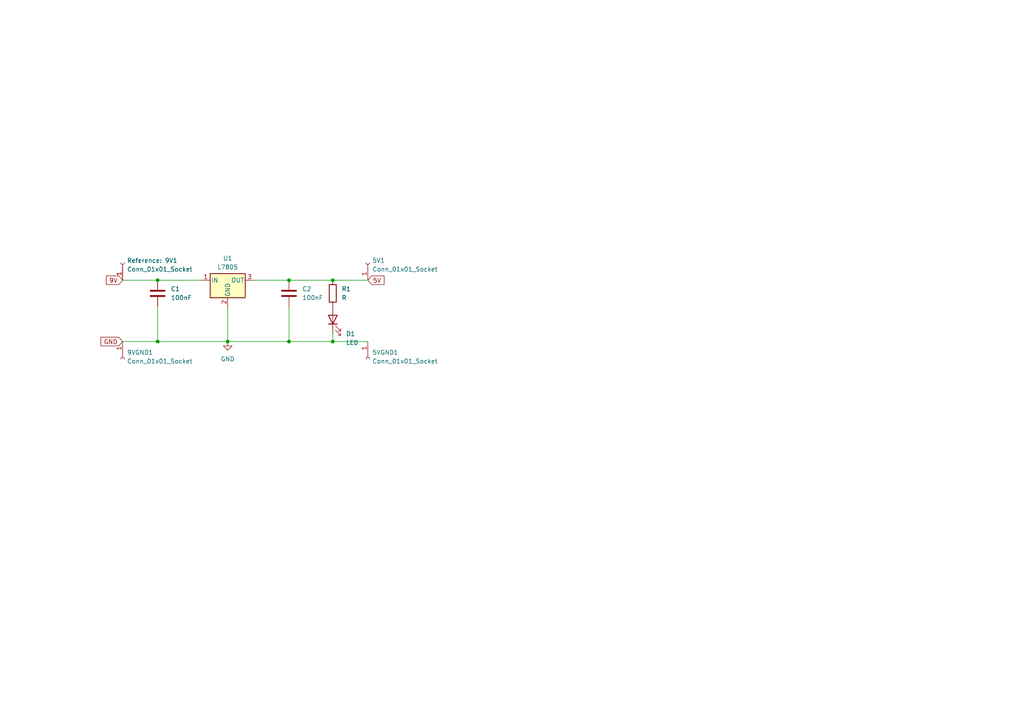
<source format=kicad_sch>
(kicad_sch (version 20231120) (generator "eeschema") (generator_version "8.0")
  (paper "A4")
  (lib_symbols
    (symbol "Connector:Conn_01x01_Socket" (pin_names (offset 1.016) hide)
      (property "Reference" "J" (at 0 2.54 0))
      (property "Value" "Conn_01x01_Socket" (at 0 -2.54 0))
      (symbol "Conn_01x01_Socket_1_1"
        (polyline (pts (xy -1.27 0) (xy -0.508 0)) (stroke (width 0.1524)))
        (arc (start 0 0.508) (mid -0.5058 0) (end 0 -0.508) (stroke (width 0.1524)))
        (pin passive line (at -5.08 0 0) (length 3.81) (name "Pin_1") (number "1"))
      )
    )
    (symbol "Device:C" (pin_numbers hide) (pin_names (offset 0.254))
      (property "Reference" "C" (at 0.635 2.54 0))
      (property "Value" "C" (at 0.635 -2.54 0))
      (symbol "C_0_1"
        (polyline (pts (xy -2.032 -0.762) (xy 2.032 -0.762)) (stroke (width 0.508)))
        (polyline (pts (xy -2.032 0.762) (xy 2.032 0.762)) (stroke (width 0.508)))
      )
      (symbol "C_1_1"
        (pin passive line (at 0 3.81 270) (length 2.794) (name "~") (number "1"))
        (pin passive line (at 0 -3.81 90) (length 2.794) (name "~") (number "2"))
      )
    )
    (symbol "Device:LED" (pin_numbers hide) (pin_names (offset 1.016) hide)
      (property "Reference" "D" (at 0 2.54 0))
      (property "Value" "LED" (at 0 -2.54 0))
      (symbol "LED_0_1"
        (polyline (pts (xy -1.27 -1.27) (xy -1.27 1.27)) (stroke (width 0.254)))
        (polyline (pts (xy -1.27 0) (xy 1.27 0)))
        (polyline (pts (xy 1.27 -1.27) (xy 1.27 1.27) (xy -1.27 0) (xy 1.27 -1.27)) (stroke (width 0.254)))
        (polyline (pts (xy -3.048 -0.762) (xy -4.572 -2.286) (xy -3.81 -2.286) (xy -4.572 -2.286) (xy -4.572 -1.524)))
        (polyline (pts (xy -1.778 -0.762) (xy -3.302 -2.286) (xy -2.54 -2.286) (xy -3.302 -2.286) (xy -3.302 -1.524)))
      )
      (symbol "LED_1_1"
        (pin passive line (at -3.81 0 0) (length 2.54) (name "K") (number "1"))
        (pin passive line (at 3.81 0 180) (length 2.54) (name "A") (number "2"))
      )
    )
    (symbol "Device:R" (pin_numbers hide) (pin_names (offset 0))
      (property "Reference" "R" (at 2.032 0 90))
      (property "Value" "R" (at 0 0 90))
      (symbol "R_0_1"
        (rectangle (start -1.016 -2.54) (end 1.016 2.54) (stroke (width 0.254)))
      )
      (symbol "R_1_1"
        (pin passive line (at 0 3.81 270) (length 1.27) (name "~") (number "1"))
        (pin passive line (at 0 -3.81 90) (length 1.27) (name "~") (number "2"))
      )
    )
    (symbol "Regulator_Linear:L7805" (pin_names (offset 0.254))
      (property "Reference" "U" (at -3.81 3.175 0))
      (property "Value" "L7805" (at 0 3.175 0))
      (symbol "L7805_0_1"
        (rectangle (start -5.08 1.905) (end 5.08 -5.08) (stroke (width 0.254)) (fill (type background)))
      )
      (symbol "L7805_1_1"
        (pin power_in line (at -7.62 0 0) (length 2.54) (name "IN") (number "1"))
        (pin power_in line (at 0 -7.62 90) (length 2.54) (name "GND") (number "2"))
        (pin power_out line (at 7.62 0 180) (length 2.54) (name "OUT") (number "3"))
      )
    )
    (symbol "power:GND" (power) (pin_numbers hide) (pin_names (offset 0) hide)
      (property "Value" "GND" (at 0 -3.81 0))
      (symbol "GND_0_1"
        (polyline (pts (xy 0 0) (xy 0 -1.27) (xy 1.27 -1.27) (xy 0 -2.54) (xy -1.27 -1.27) (xy 0 -1.27)))
      )
      (symbol "GND_1_1"
        (pin power_in line (at 0 0 270) (length 0) (name "~") (number "1"))
      )
    )
  )
  (junction (at 96.52 81.28))
  (junction (at 83.82 99.06))
  (junction (at 96.52 99.06))
  (junction (at 45.72 81.28))
  (junction (at 83.82 81.28))
  (junction (at 66.04 99.06))
  (junction (at 45.72 99.06))
  (wire (pts (xy 45.72 88.9) (xy 45.72 99.06)))
  (wire (pts (xy 73.66 81.28) (xy 83.82 81.28)))
  (wire (pts (xy 66.04 88.9) (xy 66.04 99.06)))
  (wire (pts (xy 66.04 99.06) (xy 83.82 99.06)))
  (wire (pts (xy 83.82 99.06) (xy 96.52 99.06)))
  (wire (pts (xy 45.72 99.06) (xy 66.04 99.06)))
  (wire (pts (xy 96.52 99.06) (xy 106.68 99.06)))
  (wire (pts (xy 35.56 99.06) (xy 45.72 99.06)))
  (wire (pts (xy 83.82 81.28) (xy 96.52 81.28)))
  (wire (pts (xy 96.52 99.06) (xy 96.52 96.52)))
  (wire (pts (xy 45.72 81.28) (xy 35.56 81.28)))
  (wire (pts (xy 96.52 81.28) (xy 106.68 81.28)))
  (wire (pts (xy 45.72 81.28) (xy 58.42 81.28)))
  (wire (pts (xy 83.82 99.06) (xy 83.82 88.9)))
  (global_label "5V" (shape input) (at 106.68 81.28 0) (property "Intersheetrefs" "5V" (effects (hide yes))))
  (global_label "GND" (shape input) (at 35.56 99.06 180) (property "Intersheetrefs" "0V" (effects (hide yes))))
  (global_label "9V" (shape input) (at 35.56 81.28 180) (property "Intersheetrefs" "9V" (effects (hide yes))))
  (symbol (lib_id "Device:R") (at 96.52 85.09 0) (unit 1)
    (property "Reference" "R1" (at 99.06 83.8199 0) (effects (justify left)))
    (property "Value" "R" (at 99.06 86.3599 0) (effects (justify left)))
    (property "Footprint" "Resistor_SMD:R_0805_2012Metric" (effects (hide yes)))
    (property "Description" "Resistor" (effects (hide yes)))
  )
  (symbol (lib_id "power:GND") (at 66.04 99.06 0) (unit 1)
    (property "Reference" "#PWR01" (effects (hide yes)))
    (property "Value" "GND" (at 66.04 104.14 0))
    (property "Description" "Power symbol creates a global label with name \"GND\" , ground" (effects (hide yes)))
  )
  (symbol (lib_id "Device:C") (at 83.82 85.09 0) (unit 1)
    (property "Reference" "C2" (at 87.63 83.8199 0) (effects (justify left)))
    (property "Value" "100nF" (at 87.63 86.3599 0) (effects (justify left)))
    (property "Footprint" "Capacitor_THT:CP_Radial_D8.0mm_P3.50mm" (effects (hide yes)))
    (property "Description" "Unpolarized capacitor" (effects (hide yes)))
  )
  (symbol (lib_id "Device:C") (at 45.72 85.09 0) (unit 1)
    (property "Reference" "C1" (at 49.53 83.8199 0) (effects (justify left)))
    (property "Value" "100nF" (at 49.53 86.3599 0) (effects (justify left)))
    (property "Footprint" "Capacitor_THT:CP_Radial_D8.0mm_P3.50mm" (effects (hide yes)))
    (property "Description" "Unpolarized capacitor" (effects (hide yes)))
  )
  (symbol (lib_id "Connector:Conn_01x01_Socket") (at 106.68 76.2 90) (unit 1)
    (property "Reference" "5V1" (at 107.95 75.5649 90) (effects (justify right)))
    (property "Value" "Conn_01x01_Socket" (at 107.95 78.1049 90) (effects (justify right)))
    (property "Footprint" "Connector_PinSocket_2.00mm:PinSocket_1x01_P2.00mm_Horizontal" (effects (hide yes)))
    (property "Description" "Generic connector, single row, 01x01, script generated" (effects (hide yes)))
  )
  (symbol (lib_id "Connector:Conn_01x01_Socket") (at 106.68 104.14 270) (unit 1)
    (property "Reference" "5VGND1" (at 107.95 102.2349 90) (effects (justify left)))
    (property "Value" "Conn_01x01_Socket" (at 107.95 104.7749 90) (effects (justify left)))
    (property "Footprint" "Connector_PinSocket_2.00mm:PinSocket_1x01_P2.00mm_Horizontal" (effects (hide yes)))
    (property "Description" "Generic connector, single row, 01x01, script generated" (effects (hide yes)))
  )
  (symbol (lib_id "Connector:Conn_01x01_Socket") (at 35.56 104.14 270) (unit 1)
    (property "Reference" "9VGND1" (at 36.83 102.2349 90) (effects (justify left)))
    (property "Value" "Conn_01x01_Socket" (at 36.83 104.7749 90) (effects (justify left)))
    (property "Footprint" "Connector_PinSocket_2.00mm:PinSocket_1x01_P2.00mm_Horizontal" (effects (hide yes)))
    (property "Description" "Generic connector, single row, 01x01, script generated" (effects (hide yes)))
  )
  (symbol (lib_id "Device:LED") (at 96.52 92.71 90) (unit 1)
    (property "Reference" "D1" (at 100.33 96.8374 90) (effects (justify right)))
    (property "Value" "LED" (at 100.33 99.3774 90) (effects (justify right)))
    (property "Footprint" "LED_SMD:LED_0805_2012Metric" (effects (hide yes)))
    (property "Description" "Light emitting diode" (effects (hide yes)))
  )
  (symbol (lib_id "Connector:Conn_01x01_Socket") (at 35.56 76.2 90) (unit 1)
    (property "Reference" "9V1" (at 36.83 75.5649 90) (show_name yes) (effects (justify right)))
    (property "Value" "Conn_01x01_Socket" (at 36.83 78.1049 90) (effects (justify right)))
    (property "Footprint" "Connector_PinSocket_2.00mm:PinSocket_1x01_P2.00mm_Horizontal" (effects (hide yes)))
    (property "Description" "Generic connector, single row, 01x01, script generated" (effects (hide yes)))
  )
  (symbol (lib_id "Regulator_Linear:L7805") (at 66.04 81.28 0) (unit 1)
    (property "Reference" "U1" (at 66.04 74.93 0))
    (property "Value" "L7805" (at 66.04 77.47 0))
    (property "Footprint" "Package_TO_SOT_THT:TO-220-3_Horizontal_TabUp" (effects (hide yes)))
    (property "Datasheet" "http://www.st.com/content/ccc/resource/technical/document/datasheet/41/4f/b3/b0/12/d4/47/88/CD00000444.pdf/files/CD00000444.pdf/jcr:content/translations/en.CD00000444.pdf" (effects (hide yes)))
    (property "Description" "Positive 1.5A 35V Linear Regulator, Fixed Output 5V, TO-220/TO-263/TO-252" (effects (hide yes)))
  )
)
</source>
